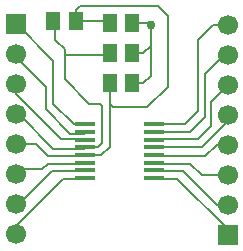
<source format=gtl>
G04 DipTrace 3.1.0.1*
G04 MSP430FR2311Breakout.gtl*
%MOIN*%
G04 #@! TF.FileFunction,Copper,L1,Top*
G04 #@! TF.Part,Single*
G04 #@! TA.AperFunction,Conductor*
%ADD11C,0.006*%
%ADD14R,0.070866X0.015748*%
%ADD15R,0.051181X0.059055*%
G04 #@! TA.AperFunction,ComponentPad*
%ADD16R,0.066929X0.066929*%
%ADD17C,0.066929*%
G04 #@! TA.AperFunction,ViaPad*
%ADD18C,0.03*%
%FSLAX26Y26*%
G04*
G70*
G90*
G75*
G01*
G04 Top*
%LPD*%
X487493Y877631D2*
D11*
X554062D1*
X593990Y837703D1*
X715100D1*
X718976Y841580D1*
X772848D1*
X800218Y868950D1*
Y1011642D1*
Y1081428D1*
X687541Y1287656D2*
X793969D1*
X800218Y1281407D1*
X687541Y1287656D2*
Y1324963D1*
X700228Y1337651D1*
X962701D1*
X993948Y1306404D1*
Y1068929D1*
X925205Y1000186D1*
X811673D1*
X800218Y1011642D1*
X487493Y777631D2*
Y793958D1*
X575241D1*
X593990Y812706D1*
X715693D1*
X718976Y815990D1*
X875021Y1281407D2*
X931454D1*
X937703Y1275157D1*
X875021Y1181417D2*
X912706D1*
X937703Y1206415D1*
Y1275157D1*
X875021Y1081428D2*
X912706D1*
X937703Y1106425D1*
Y1206415D1*
X487493Y977631D2*
X497807D1*
X612738Y862701D1*
X714507D1*
X718976Y867171D1*
X760942D1*
X775220Y881449D1*
Y1006436D1*
X768971Y1012685D1*
X731475D1*
X650234Y1093927D1*
Y1174070D1*
Y1193916D1*
X618987Y1225163D1*
Y1281407D1*
X612738Y1287656D1*
X650234Y1174070D2*
X792870D1*
X800218Y1181417D1*
X1193927Y1275231D2*
X1144005D1*
X1093937Y1225163D1*
Y987688D1*
X1050192Y943942D1*
X947323D1*
X1193927Y1175231D2*
X1181491D1*
X1118934Y1112675D1*
Y968940D1*
X1068940Y918945D1*
X947916D1*
X947323Y918352D1*
X1193927Y1075231D2*
X1137682Y1018987D1*
Y937693D1*
X1093937Y893948D1*
X948509D1*
X947323Y892761D1*
X1193927Y975231D2*
Y956441D1*
X1106436Y868950D1*
X949102D1*
X947323Y867171D1*
X1193927Y875231D2*
X1156462D1*
X1118934Y837703D1*
X951199D1*
X947323Y841580D1*
X1193927Y775231D2*
X1106415D1*
X1068940Y812706D1*
X950606D1*
X947323Y815990D1*
X1193927Y675231D2*
X1156420D1*
X1043942Y787709D1*
X950013D1*
X947323Y790399D1*
X1193927Y575231D2*
Y593979D1*
X1025194Y762711D1*
X949428D1*
X947331Y764808D1*
X487493Y577631D2*
Y606220D1*
X643984Y762711D1*
X716879D1*
X718976Y764808D1*
X487493Y677631D2*
X496411D1*
X606488Y787709D1*
X716286D1*
X718976Y790399D1*
X487493Y1077631D2*
Y1044189D1*
X637735Y893948D1*
X717790D1*
X718976Y892761D1*
X487493Y1277631D2*
X491526D1*
X612738Y1156420D1*
Y1012685D1*
X681480Y943942D1*
X718976D1*
X487493Y1177631D2*
Y1169176D1*
X587740Y1068929D1*
Y993937D1*
X668982Y912696D1*
X713320D1*
X718976Y918352D1*
D18*
X937703Y1275157D3*
D14*
X718976Y943942D3*
Y918352D3*
Y892761D3*
Y867171D3*
Y841580D3*
Y815990D3*
Y790399D3*
Y764808D3*
X947331D3*
X947323Y790399D3*
Y815990D3*
Y841580D3*
Y867171D3*
Y892761D3*
Y918352D3*
Y943942D3*
D15*
X800218Y1281407D3*
X875021D3*
X800218Y1081428D3*
X875021D3*
X800218Y1181417D3*
X875021D3*
X612738Y1287656D3*
X687541D3*
D16*
X487493Y1277631D3*
D17*
Y1177631D3*
Y1077631D3*
Y977631D3*
Y877631D3*
Y777631D3*
Y677631D3*
Y577631D3*
D16*
X1193927Y575231D3*
D17*
Y675231D3*
Y775231D3*
Y875231D3*
Y975231D3*
Y1075231D3*
Y1175231D3*
Y1275231D3*
M02*

</source>
